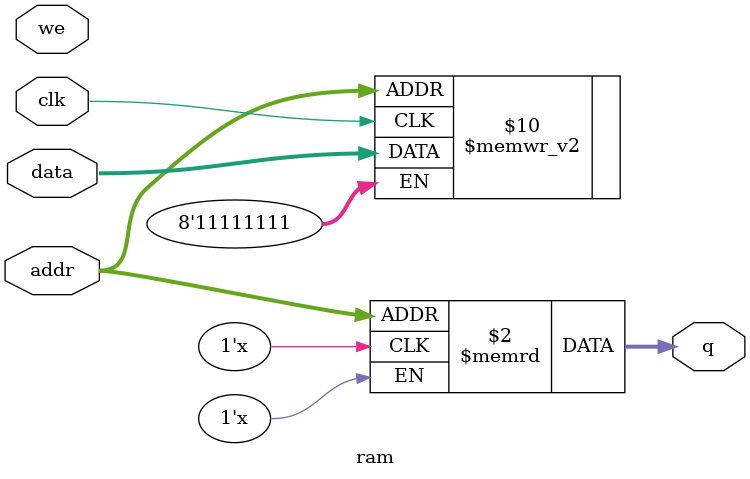
<source format=v>
module ram #(
    parameter ADDR_WIDTH=6,
    parameter DATA_WIDTH=8
) (
    input [DATA_WIDTH-1:0] data,
    input [ADDR_WIDTH-1:0] addr,
    input we, clk,
    output [7:0] q
);
reg [DATA_WIDTH-1:0] ram[2**ADDR_WIDTH-1:0];
// when we is high, write data to ram at address addr
// assign the ram value at address addr to q
assign q = ram[addr];

always @(posedge clk)
    ram[addr] <= data;

endmodule

</source>
